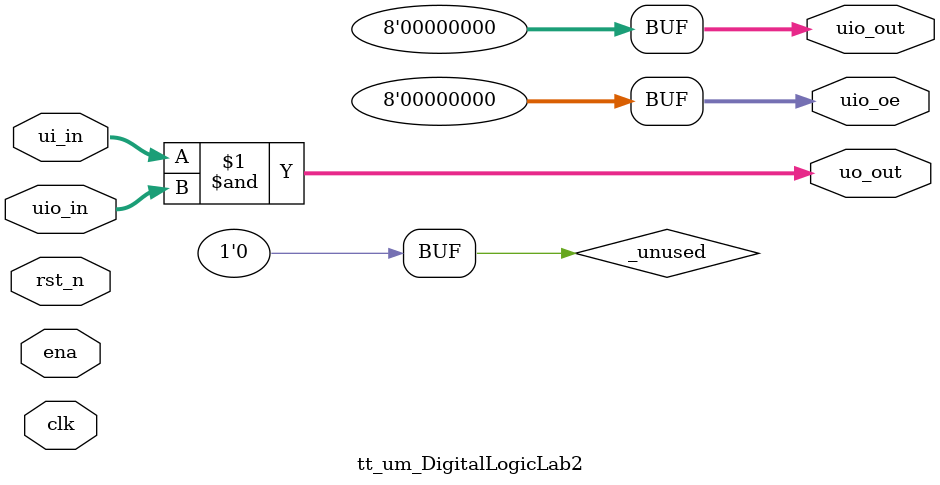
<source format=v>
/*
 * Copyright (c) 2024 Your Name
 * SPDX-License-Identifier: Apache-2.0
 */

`default_nettype none

module tt_um_DigitalLogicLab2 (
    input  wire [7:0] ui_in,    // Dedicated inputs
    output wire [7:0] uo_out,   // Dedicated outputs
    input  wire [7:0] uio_in,   // IOs: Input path
    output wire [7:0] uio_out,  // IOs: Output path
    output wire [7:0] uio_oe,   // IOs: Enable path (active high: 0=input, 1=output)
    input  wire       ena,      // always 1 when the design is powered, so you can ignore it
    input  wire       clk,      // clock
    input  wire       rst_n     // reset_n - low to reset
);

  // All output pins must be assigned. If not used, assign to 0.
  assign uo_out  = ui_in & uio_in;  // Example: ou_out is the sum of ui_in and uio_in
  assign uio_out = 0;
  assign uio_oe  = 0;

  // List all unused inputs to prevent warnings
  wire _unused = &{ena, clk, rst_n, 1'b0};

endmodule

</source>
